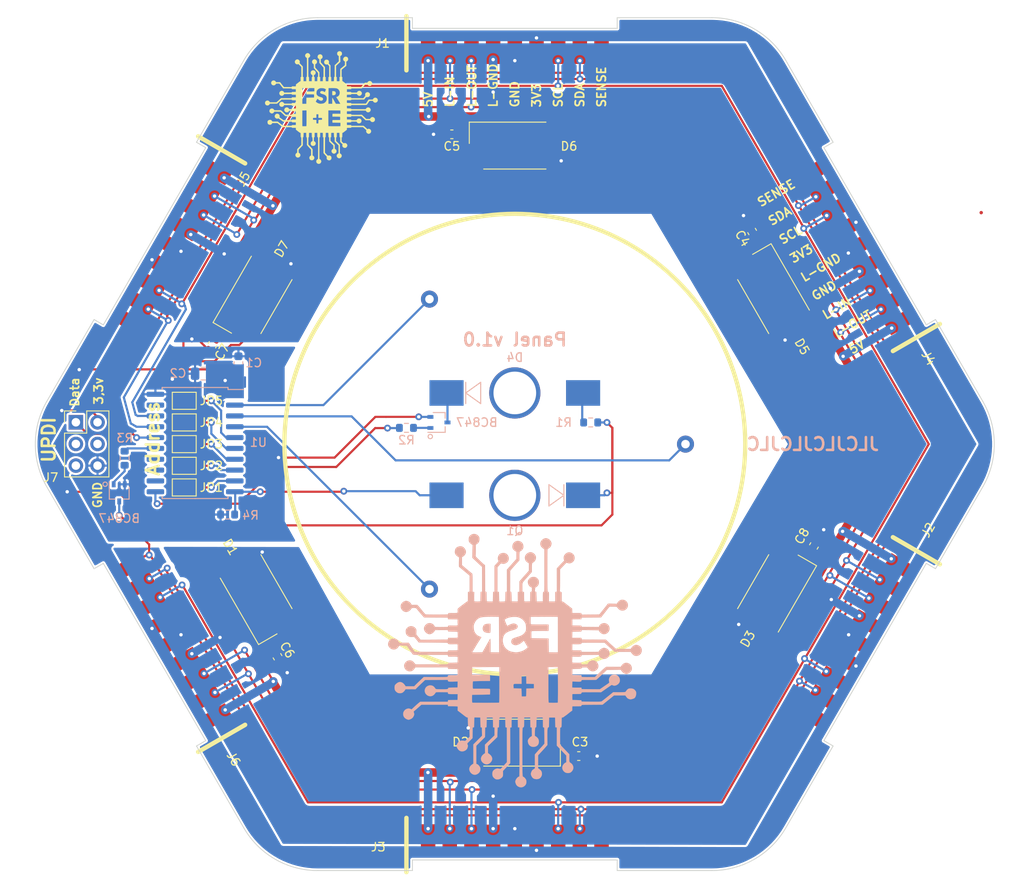
<source format=kicad_pcb>
(kicad_pcb (version 20211014) (generator pcbnew)
  (layers (0 "F.Cu" signal) (31 "B.Cu" signal) (34 "B.Paste" user) (35 "F.Paste" user) (36 "B.SilkS" user "B.Silkscreen") (37 "F.SilkS" user "F.Silkscreen") (38 "B.Mask" user) (39 "F.Mask" user) (44 "Edge.Cuts" user))
  (net 0 "")
  (net 1 "+3V3")
  (net 2 "GND")
  (net 3 "+5V")
  (net 4 "Net-(D1-Pad2)")
  (net 5 "GND1")
  (net 6 "LED_IN")
  (net 7 "Net-(D2-Pad2)")
  (net 8 "Net-(D3-Pad2)")
  (net 9 "Net-(D4-Pad2)")
  (net 10 "Net-(D5-Pad2)")
  (net 11 "LED_OUT")
  (net 12 "UPDI_DATA")
  (net 13 "Net-(D4-Pad1)")
  (net 14 "Net-(D6-Pad2)")
  (net 15 "Net-(JP1-Pad1)")
  (net 16 "Net-(JP2-Pad1)")
  (net 17 "Net-(JP3-Pad1)")
  (net 18 "Net-(JP4-Pad1)")
  (net 19 "Net-(JP5-Pad1)")
  (net 20 "Net-(Q1-Pad2)")
  (net 21 "Net-(Q2-Pad1)")
  (net 22 "Net-(Q3-Pad1)")
  (net 26 "touch")
  (net 27 "I2C_SDA")
  (net 28 "I2C_SCL")
  (net 30 "Net-(R2-Pad1)")
  (net 31 "Net-(R3-Pad2)")
  (net 32 "Net-(T1-Pad0)")
  (net 33 "Net-(T1-Pad1)")
  (net 34 "Net-(T1-Pad2)")
  (footprint "Capacitor_SMD:C_0603_1608Metric" (layer "F.Cu") (at 27.806499 -24.92817 -60)
    (fp_text reference "C4")
    (fp_text value "100nF")
  )
  (footprint "fsr:1x09_EdgeConnect" (layer "F.Cu") (at 40.703194 -23.5 -150)
    (fp_text reference "J4")
    (fp_text value "Connect")
  )
  (footprint "fsr:1x09_EdgeConnect_Flip" (layer "F.Cu") (at 0 -47 90)
    (fp_text reference "J1")
    (fp_text value "Connect")
  )
  (footprint "fsr:LED_WS2812B_PLCC4_5.0x5.0mm_P3.2mm_handSolder" (layer "F.Cu") (at 0 35 180)
    (fp_text reference "D2")
    (fp_text value "WS2812B")
  )
  (footprint "fsr:FSR_Logo_Small" (layer "F.Cu") (at -22.6568 -39.522399)
    (fp_text reference "G***" hide)
    (fp_text value "LOGO" hide)
  )
  (footprint "fsr:1x09_EdgeConnect_Flip" (layer "F.Cu") (at -40.703194 23.5 -150)
    (fp_text reference "J6")
    (fp_text value "Connect")
  )
  (footprint "Capacitor_SMD:C_0603_1608Metric" (layer "F.Cu") (at -35.433 -11.64783 60)
    (fp_text reference "C7")
    (fp_text value "100nF")
  )
  (footprint "Capacitor_SMD:C_0603_1608Metric" (layer "F.Cu") (at 35.051999 11.938 -120)
    (fp_text reference "C8")
    (fp_text value "100nF")
  )
  (footprint "fsr:LED_RevMount_5mm" (layer "F.Cu") (at 0 -6)
    (fp_text reference "D4")
    (fp_text value "LED")
  )
  (footprint "fsr:1x09_EdgeConnect" (layer "F.Cu") (at -40.703194 -23.5 -30)
    (fp_text reference "J5")
    (fp_text value "Connect")
  )
  (footprint "fsr:LED_WS2812B_PLCC4_5.0x5.0mm_P3.2mm_handSolder" (layer "F.Cu") (at -30.310889 -17.5 60)
    (fp_text reference "D7")
    (fp_text value "WS2812B")
  )
  (footprint "Jumper:SolderJumper-2_P1.3mm_Open_TrianglePad1.0x1.5mm" (layer "F.Cu") (at -38.735 0 180)
    (fp_text reference "JP3")
    (fp_text value "A2")
  )
  (footprint "Capacitor_SMD:C_0603_1608Metric" (layer "F.Cu") (at 7.493 36.576 180)
    (fp_text reference "C3")
    (fp_text value "100nF")
  )
  (footprint "fsr:1x09_EdgeConnect" (layer "F.Cu") (at 0 47 90)
    (fp_text reference "J3")
    (fp_text value "Connect")
  )
  (footprint "fsr:LED_WS2812B_PLCC4_5.0x5.0mm_P3.2mm_handSolder" (layer "F.Cu") (at 0 -35)
    (fp_text reference "D6")
    (fp_text value "WS2812B")
  )
  (footprint "fsr:LED_WS2812B_PLCC4_5.0x5.0mm_P3.2mm_handSolder" (layer "F.Cu") (at -30.310889 17.5 120)
    (fp_text reference "D1")
    (fp_text value "WS2812B")
  )
  (footprint "Jumper:SolderJumper-2_P1.3mm_Open_TrianglePad1.0x1.5mm" (layer "F.Cu") (at -38.735 -2.54 180)
    (fp_text reference "JP4")
    (fp_text value "A3")
  )
  (footprint "fsr:LED_WS2812B_PLCC4_5.0x5.0mm_P3.2mm_handSolder" (layer "F.Cu") (at 30.310889 -17.5 -60)
    (fp_text reference "D5")
    (fp_text value "WS2812B")
  )
  (footprint "Jumper:SolderJumper-2_P1.3mm_Open_TrianglePad1.0x1.5mm" (layer "F.Cu") (at -38.735 -5.08 180)
    (fp_text reference "JP5")
    (fp_text value "A4")
  )
  (footprint "Jumper:SolderJumper-2_P1.3mm_Open_TrianglePad1.0x1.5mm" (layer "F.Cu") (at -38.735 2.54 180)
    (fp_text reference "JP2")
    (fp_text value "A1")
  )
  (footprint "Jumper:SolderJumper-2_P1.3mm_Open_TrianglePad1.0x1.5mm" (layer "F.Cu") (at -38.735 5.08 180)
    (fp_text reference "JP1")
    (fp_text value "A0")
  )
  (footprint "fsr:3Touch_80mm_back" (layer "F.Cu") (at 0 0 -90)
    (fp_text reference "T1" hide)
    (fp_text value "3Touch")
  )
  (footprint "Connector_PinHeader_2.54mm:PinHeader_2x03_P2.54mm_Vertical" (layer "F.Cu") (at -51.435 -2.56)
    (fp_text reference "J7")
    (fp_text value "UPDI")
  )
  (footprint "fsr:LED_RevMount_5mm" (layer "F.Cu") (at 0 6 180)
    (fp_text reference "Q1")
    (fp_text value "Q_Photo_NPN")
  )
  (footprint "Capacitor_SMD:C_0603_1608Metric" (layer "F.Cu") (at -7.378999 -36.322)
    (fp_text reference "C5")
    (fp_text value "100nF")
  )
  (footprint "fsr:1x09_EdgeConnect_Flip" (layer "F.Cu") (at 40.703194 23.5 -30)
    (fp_text reference "J2")
    (fp_text value "Connect")
  )
  (footprint "Capacitor_SMD:C_0603_1608Metric" (layer "F.Cu") (at -27.806499 24.92817 120)
    (fp_text reference "C6")
    (fp_text value "100nF")
  )
  (footprint "fsr:LED_WS2812B_PLCC4_5.0x5.0mm_P3.2mm_handSolder" (layer "F.Cu") (at 30.310889 17.5 -120)
    (fp_text reference "D3")
    (fp_text value "WS2812B")
  )
  (footprint "Resistor_SMD:R_0603_1608Metric" (layer "B.Cu") (at -45.72 1.651 90)
    (fp_text reference "R3")
    (fp_text value "1M")
  )
  (footprint "Resistor_SMD:R_0603_1608Metric" (layer "B.Cu") (at -33.655 8.255 180)
    (fp_text reference "R4")
    (fp_text value "RSense")
  )
  (footprint "Resistor_SMD:R_0603_1608Metric" (layer "B.Cu") (at 8.89 -2.54 180)
    (fp_text reference "R1")
    (fp_text value "100R")
  )
  (footprint "Capacitor_SMD:C_0805_2012Metric" (layer "B.Cu") (at -36.515 -8.255 180)
    (fp_text reference "C2")
    (fp_text value "10uF")
  )
  (footprint "Synth:SOT-323_SC-70" (layer "B.Cu") (at -8.89 -2.54)
    (fp_text reference "Q2" hide)
    (fp_text value "BC847")
  )
  (footprint "Package_SO:SOIC-20W_7.5x12.8mm_P1.27mm" (layer "B.Cu") (at -37.465 -0.13 180)
    (fp_text reference "U1")
    (fp_text value "ATtiny816-S")
  )
  (footprint "Resistor_SMD:R_0603_1608Metric" (layer "B.Cu") (at -12.700001 -1.905)
    (fp_text reference "R2")
    (fp_text value "47k")
  )
  (footprint "Synth:SOT-323_SC-70" (layer "B.Cu") (at -46.355 5.715 -90)
    (fp_text reference "Q3" hide)
    (fp_text value "BC847")
  )
  (footprint "Capacitor_SMD:C_0603_1608Metric" (layer "B.Cu") (at -32.385 -9.525 90)
    (fp_text reference "C1")
    (fp_text value "100nF")
  )
  (footprint "fsr:FSR_Logo" (layer "B.Cu") (at 0 25.2476 180)
    (fp_text reference "G***" hide)
    (fp_text value "LOGO" hide)
  )
  (gr_circle (center 0 0) (end 27 0) (layer "F.SilkS") (width 0.5) (fill none))
  (gr_arc (start 54.844644 -5.000898) (mid 56.18439 -0.000898) (end 54.844644 4.999102) (layer "Edge.Cuts") (width 0.1))
  (gr_line (start -48.220295 -13.979999) (end -36.220295 -34.764608) (layer "Edge.Cuts") (width 0.1))
  (gr_line (start 31.751671 -44.999101) (end 37.298157 -35.392304) (layer "Edge.Cuts") (width 0.1))
  (gr_line (start -12.003112 -48.749101) (end -12.003112 -49.996404) (layer "Edge.Cuts") (width 0.1))
  (gr_line (start -12.003112 -48.749101) (end 11.996888 -48.749101) (layer "Edge.Cuts") (width 0.1))
  (gr_arc (start 23.089861 -49.996405) (mid 28.090278 -48.658215) (end 31.751671 -44.999101) (layer "Edge.Cuts") (width 0.1))
  (gr_line (start 49.298157 -14.607695) (end 48.21796 -13.984042) (layer "Edge.Cuts") (width 0.1))
  (gr_line (start 48.217961 13.982246) (end 49.298157 14.605898) (layer "Edge.Cuts") (width 0.1))
  (gr_line (start -54.849312 -4.998202) (end -49.302826 -14.604999) (layer "Edge.Cuts") (width 0.1))
  (gr_line (start -48.220295 -13.979999) (end -49.302826 -14.604999) (layer "Edge.Cuts") (width 0.1))
  (gr_line (start -23.096085 -49.996405) (end -12.003112 -49.996404) (layer "Edge.Cuts") (width 0.1))
  (gr_line (start 36.21796 -34.768652) (end 37.298157 -35.392304) (layer "Edge.Cuts") (width 0.1))
  (gr_line (start 49.298157 -14.607695) (end 54.844644 -5.000898) (layer "Edge.Cuts") (width 0.1))
  (gr_arc (start -31.756339 -44.996405) (mid -28.096085 -48.656659) (end -23.096085 -49.996405) (layer "Edge.Cuts") (width 0.1))
  (gr_line (start 11.996888 -49.996405) (end 11.996888 -48.749101) (layer "Edge.Cuts") (width 0.1))
  (gr_line (start -31.753227 45) (end -37.299712 35.393203) (layer "Edge.Cuts") (width 0.1))
  (gr_line (start 54.844644 4.999102) (end 49.298157 14.605898) (layer "Edge.Cuts") (width 0.1))
  (gr_line (start -12 50) (end -12 48.75) (layer "Edge.Cuts") (width 0.1))
  (gr_arc (start 31.751671 44.997304) (mid 28.092139 48.657975) (end 23.092973 50) (layer "Edge.Cuts") (width 0.1))
  (gr_line (start 11.996888 -49.996405) (end 23.089861 -49.996405) (layer "Edge.Cuts") (width 0.1))
  (gr_line (start 48.217961 13.982246) (end 36.217961 34.766856) (layer "Edge.Cuts") (width 0.1))
  (gr_line (start -36.219516 34.769552) (end -48.219516 13.984942) (layer "Edge.Cuts") (width 0.1))
  (gr_line (start 36.21796 -34.768652) (end 48.21796 -13.984042) (layer "Edge.Cuts") (width 0.1))
  (gr_line (start -37.302826 -35.389608) (end -36.220295 -34.764608) (layer "Edge.Cuts") (width 0.1))
  (gr_line (start 37.298158 35.390508) (end 36.217961 34.766856) (layer "Edge.Cuts") (width 0.1))
  (gr_line (start -49.299713 14.608594) (end -54.8462 5.001798) (layer "Edge.Cuts") (width 0.1))
  (gr_line (start 12 48.75) (end 12 50) (layer "Edge.Cuts") (width 0.1))
  (gr_line (start 37.298158 35.390508) (end 31.751671 44.997304) (layer "Edge.Cuts") (width 0.1))
  (gr_arc (start -23.092973 50) (mid -28.092973 48.660254) (end -31.753227 45) (layer "Edge.Cuts") (width 0.1))
  (gr_line (start -37.302826 -35.389608) (end -31.756339 -44.996405) (layer "Edge.Cuts") (width 0.1))
  (gr_arc (start -54.8462 5.001798) (mid -56.187502 0.002215) (end -54.849312 -4.998202) (layer "Edge.Cuts") (width 0.1))
  (gr_line (start 12 48.75) (end -12 48.75) (layer "Edge.Cuts") (width 0.1))
  (gr_line (start -12 50) (end -23.092973 50) (layer "Edge.Cuts") (width 0.1))
  (gr_line (start 23.092973 50) (end 12 50) (layer "Edge.Cuts") (width 0.1))
  (gr_line (start -49.299713 14.608594) (end -48.219516 13.984942) (layer "Edge.Cuts") (width 0.1))
  (gr_line (start -36.219516 34.769552) (end -37.299712 35.393203) (layer "Edge.Cuts") (width 0.1))
  (gr_text "Panel v1.0\n" (at 0 -12.25) (layer "B.SilkS") (effects (font (size 1.5 1.5) (thickness 0.3)) (justify mirror)))
  (gr_text "JLCJLCJLCJLC" (at 34.925 0) (layer "B.SilkS") (effects (font (size 1.5 1.5) (thickness 0.3)) (justify mirror)))
  (gr_text "UPDI" (at -54.61 -0.508 90) (layer "F.SilkS") (effects (font (size 1.5 1.5) (thickness 0.3))))
  (gr_text "3V3" (at 32.275494 -21.567205 30) (layer "F.SilkS") (effects (font (size 1 1) (thickness 0.2)) (justify left)))
  (gr_text "SCL" (at 5.08 -39.37 90) (layer "F.SilkS") (effects (font (size 1 1) (thickness 0.2)) (justify left)))
  (gr_text "SDA" (at 7.62 -39.37 90) (layer "F.SilkS") (effects (font (size 1 1) (thickness 0.2)) (justify left)))
  (gr_text "Address\n" (at -42.418 -0.635 90) (layer "F.SilkS") (effects (font (size 1.5 1.5) (thickness 0.3))))
  (gr_text "SENSE" (at 28.465494 -28.166318 30) (layer "F.SilkS") (effects (font (size 1 1) (thickness 0.2)) (justify left)))
  (gr_text "Data" (at -51.562 -6.096 90) (layer "F.SilkS") (effects (font (size 1 1) (thickness 0.2))))
  (gr_text "SCL" (at 31.005494 -23.766909 30) (layer "F.SilkS") (effects (font (size 1 1) (thickness 0.2)) (justify left)))
  (gr_text "L-IN" (at 36.085494 -14.968091 30) (layer "F.SilkS") (effects (font (size 1 1) (thickness 0.2)) (justify left)))
  (gr_text "3V3" (at 2.54 -39.37 90) (layer "F.SilkS") (effects (font (size 1 1) (thickness 0.2)) (justify left)))
  (gr_text "3,3v" (at -48.768 -6.223 90) (layer "F.SilkS") (effects (font (size 1 1) (thickness 0.2))))
  (gr_text "L-GND" (at 33.545494 -19.3675 30) (layer "F.SilkS") (effects (font (size 1 1) (thickness 0.2)) (justify left)))
  (gr_text "GND" (at -48.895 5.969 90) (layer "F.SilkS") (effects (font (size 1 1) (thickness 0.2))))
  (gr_text "SENSE" (at 10.16 -39.37 90) (layer "F.SilkS") (effects (font (size 1 1) (thickness 0.2)) (justify left)))
  (gr_text "GND" (at 0 -39.37 90) (layer "F.SilkS") (effects (font (size 1 1) (thickness 0.2)) (justify left)))
  (gr_text "L-OUT" (at -5.0292 -39.3954 90) (layer "F.SilkS") (effects (font (size 1 1) (thickness 0.2)) (justify left)))
  (gr_text "5V" (at -10.16 -39.37 90) (layer "F.SilkS") (effects (font (size 1 1) (thickness 0.2)) (justify left)))
  (gr_text "L-OUT" (at 37.355494 -12.768386 30) (layer "F.SilkS") (effects (font (size 1 1) (thickness 0.2)) (justify left)))
  (gr_text "SDA" (at 29.735494 -25.966614 30) (layer "F.SilkS") (effects (font (size 1 1) (thickness 0.2)) (justify left)))
  (gr_text "L-GND" (at -2.54 -39.37 90) (layer "F.SilkS") (effects (font (size 1 1) (thickness 0.2)) (justify left)))
  (gr_text "GND" (at 34.815494 -17.167795 30) (layer "F.SilkS") (effects (font (size 1 1) (thickness 0.2)) (justify left)))
  (gr_text "L-IN" (at -7.62 -39.3954 90) (layer "F.SilkS") (effects (font (size 1 1) (thickness 0.2)) (justify left)))
  (gr_text "5V" (at 39.17542 -10.886182 30) (layer "F.SilkS") (effects (font (size 1 1) (thickness 0.2)) (justify left)))
  (segment (start -35.24 -8.760001) (end -51.01 -8.76) (width 0.25) (layer "F.Cu") (net 1))
  (segment (start -51.01 -8.76) (end -51.04 -8.73) (width 0.25) (layer "F.Cu") (net 1))
  (segment (start -42.545 9.525) (end -46.482 5.588) (width 0.25) (layer "F.Cu") (net 1))
  (segment (start 11.429999 -1.905) (end 11.43 5.715) (width 0.25) (layer "F.Cu") (net 1))
  (segment (start 11.429999 -1.905) (end 11.43 8.255) (width 0.25) (layer "F.Cu") (net 1))
  (segment (start -48.895 -3.175) (end -49.657 -3.937) (width 0.25) (layer "F.Cu") (net 1))
  (segment (start 11.43 8.255) (end 10.16 9.525) (width 0.25) (layer "F.Cu") (net 1))
  (segment (start 10.16 9.525) (end -42.545 9.525) (width 0.25) (layer "F.Cu") (net 1))
  (segment (start -33.94 -7.460001) (end -35.24 -8.760001) (width 0.25) (layer "F.Cu") (net 1))
  (segment (start 10.795 -2.540001) (end 11.429999 -1.905) (width 0.25) (layer "F.Cu") (net 1))
  (segment (start 11.43 5.715) (end 10.795 5.715) (width 0.25) (layer "F.Cu") (net 1))
  (segment (start -46.482 5.588) (end -52.451 5.588) (width 0.25) (layer "F.Cu") (net 1))
  (segment (start -49.657 -3.937) (end -53.086 -3.937) (width 0.25) (layer "F.Cu") (net 1))
  (via (at 10.795 -2.540001) (size 0.8) (drill 0.4) (layers "F.Cu" "B.Cu") (net 1))
  (via (at -51.04 -8.73) (size 0.8) (drill 0.4) (layers "F.Cu" "B.Cu") (net 1))
  (via (at -33.94 -7.460001) (size 0.8) (drill 0.4) (layers "F.Cu" "B.Cu") (net 1))
  (via (at -42.51446 21.612795) (size 0.8) (drill 0.4) (layers "F.Cu" "B.Cu") (net 1))
  (via (at 39.97446 26.012205) (size 0.8) (drill 0.4) (layers "F.Cu" "B.Cu") (net 1))
  (via (at 10.795 5.715) (size 0.8) (drill 0.4) (layers "F.Cu" "B.Cu") (net 1))
  (via (at 2.54 47.625) (size 0.8) (drill 0.4) (layers "F.Cu" "B.Cu") (net 1))
  (via (at -53.086 -3.937) (size 0.8) (drill 0.4) (layers "F.Cu" "B.Cu") (net 1))
  (via (at -42.51446 -21.612795) (size 0.8) (drill 0.4) (layers "F.Cu" "B.Cu") (net 1))
  (via (at 2.54 -47.625) (size 0.8) (drill 0.4) (layers "F.Cu" "B.Cu") (net 1))
  (via (at 39.97446 -26.012205) (size 0.8) (drill 0.4) (layers "F.Cu" "B.Cu") (net 1))
  (via (at -52.451 5.588) (size 0.8) (drill 0.4) (layers "F.Cu" "B.Cu") (net 1))
  (segment (start 10.51 6) (end 10.795 5.715) (width 0.25) (layer "B.Cu") (net 1))
  (segment (start 8 6) (end 10.51 6) (width 0.25) (layer "B.Cu") (net 1))
  (segment (start 9.715 -2.540001) (end 10.795 -2.540001) (width 0.25) (layer "B.Cu") (net 1))
  (segment (start -39.46 5.08) (end -39.46 -5.08) (width 0.25) (layer "F.Cu") (net 2))
  (segment (start -39.459999 -6.948) (end -40.132 -7.620001) (width 0.25) (layer "F.Cu") (net 2))
  (segment (start -21.12 1.58) (end -27.69 1.58) (width 0.25) (layer "F.Cu") (net 2))
  (segment (start -15.09 -3.2) (end -11.26 -3.2) (width 0.25) (layer "F.Cu") (net 2))
  (segment (start -39.46 -5.08) (end -39.459999 -6.948) (width 0.25) (layer "F.Cu") (net 2))
  (segment (start -16.34 -3.2) (end -19.01 -0.53) (width 0.25) (layer "F.Cu") (net 2))
  (segment (start -15.09 -3.2) (end -16.34 -3.2) (width 0.25) (layer "F.Cu") (net 2))
  (segment (start -19.01 -0.53) (end -21.12 1.58) (width 0.25) (layer "F.Cu") (net 2))
  (via (at -11.26 -3.2) (size 0.8) (drill 0.4) (layers "F.Cu" "B.Cu") (net 2))
  (via (at -39.116 22.352) (size 0.8) (drill 0.4) (layers "F.Cu" "B.Cu") (net 2))
  (via (at 0 -44.958) (size 0.8) (drill 0.4) (layers "F.Cu" "B.Cu") (net 2))
  (via (at -27.69 1.58) (size 0.8) (drill 0.4) (layers "F.Cu" "B.Cu") (net 2))
  (via (at -40.132 -7.620001) (size 0.8) (drill 0.4) (layers "F.Cu" "B.Cu") (net 2))
  (via (at 39.116 22.352) (size 0.8) (drill 0.4) (layers "F.Cu" "B.Cu") (net 2))
  (via (at 39.083162 -22.400082) (size 0.8) (drill 0.4) (layers "F.Cu" "B.Cu") (net 2))
  (via (at 0 45.085) (size 0.8) (drill 0.4) (layers "F.Cu" "B.Cu") (net 2))
  (via (at -39.116 -22.606) (size 0.8) (drill 0.4) (layers "F.Cu" "B.Cu") (net 2))
  (segment (start -11.25 -3.19) (end -11.26 -3.2) (width 0.25) (layer "B.Cu") (net 2))
  (segment (start -9.89 -3.19) (end -11.25 -3.19) (width 0.25) (layer "B.Cu") (net 2))
  (segment (start -36.831046 -13.21125) (end -36.832148 -13.210148) (width 0.25) (layer "F.Cu") (net 3))
  (segment (start -28.299878 23.94193) (end -29.670982 21.56711) (width 0.25) (layer "F.Cu") (net 3))
  (segment (start 28.299878 -24.068931) (end 29.670982 -21.69411) (width 0.25) (layer "F.Cu") (net 3))
  (segment (start 34.894459 12.69675) (end 34.45564 12.814331) (width 0.25) (layer "F.Cu") (net 3))
  (segment (start -35.275459 -12.44275) (end -36.60654 -13.21125) (width 0.25) (layer "F.Cu") (net 3))
  (segment (start -36.60654 -13.21125) (end -36.748192 -13.739902) (width 0.25) (layer "F.Cu") (net 3))
  (segment (start -28.30029 27.824386) (end -28.332386 27.824386) (width 1) (layer "F.Cu") (net 3))
  (segment (start 6.331 38.5) (end 22.22799 38.5) (width 1) (layer "F.Cu") (net 3))
  (segment (start 22.13435 -38.4107) (end 21.1641 -38.4107) (width 1) (layer "F.Cu") (net 3))
  (segment (start -6.604 -36.5695) (end -6.282761 -36.248262) (width 0.25) (layer "F.Cu") (net 3))
  (segment (start -28.345844 -27.957889) (end -28.278867 -28.024867) (width 1) (layer "F.Cu") (net 3))
  (segment (start 6.718 36.576) (end 6.396762 36.254762) (width 0.25) (layer "F.Cu") (net 3))
  (segment (start 6.718 38.113) (end 6.331 38.5) (width 0.25) (layer "F.Cu") (net 3))
  (segment (start -6.604 -38.1065) (end -6.217 -38.4935) (width 0.25) (layer "F.Cu") (net 3))
  (segment (start -35.275459 -12.44275) (end -34.83664 -12.560331) (width 0.25) (layer "F.Cu") (net 3))
  (segment (start 34.45564 12.814331) (end 33.084537 15.189152) (width 0.25) (layer "F.Cu") (net 3))
  (segment (start -6.282761 -36.248262) (end -3.540555 -36.248262) (width 0.25) (layer "F.Cu") (net 3))
  (segment (start -22.505402 -38.024803) (end -28.278867 -28.024867) (width 1) (layer "F.Cu") (net 3))
  (segment (start 28.417459 -24.507751) (end 29.748541 -25.27625) (width 0.25) (layer "F.Cu") (net 3))
  (segment (start -6.604 -36.5695) (end -6.604 -38.1065) (width 0.25) (layer "F.Cu") (net 3))
  (segment (start 21.1641 -38.4107) (end -10.0897 -38.4107) (width 1) (layer "F.Cu") (net 3))
  (segment (start -28.345845 -27.946954) (end -28.345844 -27.957889) (width 1) (layer "F.Cu") (net 3))
  (segment (start -28.278867 -28.024867) (end -36.832148 -13.210148) (width 1) (layer "F.Cu") (net 3))
  (segment (start -28.332386 27.824386) (end -28.367348 27.859348) (width 1) (layer "F.Cu") (net 3))
  (segment (start -10.0897 -38.4107) (end -21.3047 -38.4107) (width 1) (layer "F.Cu") (net 3))
  (segment (start 34.894459 12.69675) (end 36.225541 13.46525) (width 0.25) (layer "F.Cu") (net 3))
  (segment (start 44.463699 0) (end 22.489767 -38.059967) (width 1) (layer "F.Cu") (net 3))
  (segment (start -36.60654 -13.21125) (end -36.831046 -13.21125) (width 0.25) (layer "F.Cu") (net 3))
  (segment (start 22.231591 38.499005) (end 44.459581 -0.001003) (width 1) (layer "F.Cu") (net 3))
  (segment (start -28.367348 27.859348) (end -22.229849 38.489808) (width 1) (layer "F.Cu") (net 3))
  (segment (start -10.179 38.5) (end 6.331 38.5) (width 1) (layer "F.Cu") (net 3))
  (segment (start -34.83664 -12.560331) (end -33.465537 -14.935152) (width 0.25) (layer "F.Cu") (net 3))
  (segment (start -22.119504 -38.4107) (end -22.505402 -38.024803) (width 1) (layer "F.Cu") (net 3))
  (segment (start -21.3047 -38.4107) (end -22.119504 -38.4107) (width 1) (layer "F.Cu") (net 3))
  (segment (start 29.748541 -25.27625) (end 30.277191 -25.134598) (width 0.25) (layer "F.Cu") (net 3))
  (segment (start 21.1641 -38.4107) (end 22.139034 -38.4107) (width 1) (layer "F.Cu") (net 3))
  (segment (start -28.417458 24.38075) (end -28.299878 23.94193) (width 0.25) (layer "F.Cu") (net 3))
  (segment (start 36.225541 13.46525) (end 36.367192 13.993902) (width 0.25) (layer "F.Cu") (net 3))
  (segment (start -28.448 27.559) (end -29.819104 25.184179) (width 0.25) (layer "F.Cu") (net 3))
  (segment (start -22.22799 38.5) (end -10.179 38.5) (width 1) (layer "F.Cu") (net 3))
  (segment (start 6.396762 36.254762) (end 3.654555 36.254761) (width 0.25) (layer "F.Cu") (net 3))
  (segment (start 6.718 36.576) (end 6.718 38.113) (width 0.25) (layer "F.Cu") (net 3))
  (segment (start -28.417458 24.38075) (end -29.748541 25.14925) (width 0.25) (layer "F.Cu") (net 3))
  (segment (start -21.3047 -38.4107) (end -22.12263 -38.4107) (width 1) (layer "F.Cu") (net 3))
  (segment (start 28.417459 -24.507751) (end 28.299878 -24.068931) (width 0.25) (layer "F.Cu") (net 3))
  (segment (start 22.139034 -38.4107) (end 22.489767 -38.059967) (width 1) (layer "F.Cu") (net 3))
  (via (at -10.0897 -38.4107) (size 0.8) (drill 0.4) (layers "F.Cu" "B.Cu") (net 3))
  (via (at -10.16 -44.958) (size 0.8) (drill 0.4) (layers "F.Cu" "B.Cu") (net 3))
  (via (at 44.112307 13.443063) (size 0.8) (drill 0.4) (layers "F.Cu" "B.Cu") (net 3))
  (via (at 38.407029 10.230296) (size 0.8) (drill 0.4) (layers "F.Cu" "B.Cu") (net 3))
  (via (at -28.345845 -27.946954) (size 0.8) (drill 0.4) (layers "F.Cu" "B.Cu") (net 3))
  (via (at -10.179 38.5) (size 0.8) (drill 0.4) (layers "F.Cu" "B.Cu") (net 3))
  (via (at -10.16 45.085) (size 0.8) (drill 0.4) (layers "F.Cu" "B.Cu") (net 3))
  (via (at -28.30029 27.824386) (size 0.8) (drill 0.4) (layers "F.Cu" "B.Cu") (net 3))
  (via (at 44.163162 -13.601264) (size 0.8) (drill 0.4) (layers "F.Cu" "B.Cu") (net 3))
  (via (at -33.935269 31.158918) (size 0.8) (drill 0.4) (layers "F.Cu" "B.Cu") (net 3))
  (via (at -34.058123 -31.223) (size 0.8) (drill 0.4) (layers "F.Cu" "B.Cu") (net 3))
  (via (at 38.469884 -10.292309) (size 0.8) (drill 0.4) (layers "F.Cu" "B.Cu") (net 3))
  (segment (start -33.935269 31.158918) (end -28.326024 27.920418) (width 1) (layer "B.Cu") (net 3))
  (segment (start 44.112307 13.443063) (end 38.503061 10.204566) (width 1) (layer "B.Cu") (net 3))
  (segment (start -28.326024 27.920418) (end -28.30029 27.824386) (width 1) (layer "B.Cu") (net 3))
  (segment (start -10.16 -38.481) (end -10.0897 -38.4107) (width 1) (layer "B.Cu") (net 3))
  (segment (start -10.16 -44.958) (end -10.16 -38.481) (width 1) (layer "B.Cu") (net 3))
  (segment (start 38.503061 10.204566) (end 38.407029 10.230296) (width 1) (layer "B.Cu") (net 3))
  (segment (start -28.3718 -27.94) (end -28.345845 -27.946954) (width 1) (layer "B.Cu") (net 3))
  (segment (start -10.16 38.519) (end -10.179 38.5) (width 1) (layer "B.Cu") (net 3))
  (segment (start 38.476839 -10.318264) (end 38.469884 -10.292309) (width 1) (layer "B.Cu") (net 3))
  (segment (start -34.058123 -31.223) (end -28.3718 -27.94) (width 1) (layer "B.Cu") (net 3))
  (segment (start -10.16 45.085) (end -10.16 38.519) (width 1) (layer "B.Cu") (net 3))
  (segment (start 44.163162 -13.601264) (end 38.476839 -10.318264) (width 1) (layer "B.Cu") (net 3))
  (segment (start -17.652999 36.322) (end -17.654576 36.327881) (width 0.25) (layer "F.Cu") (net 4))
  (segment (start -17.654576 36.327881) (end -3.939709 36.32788) (width 0.25) (layer "F.Cu") (net 4))
  (segment (start -27.158603 19.857811) (end -17.652999 36.322) (width 0.25) (layer "F.Cu") (net 4))
  (segment (start -8.141 -36.322) (end -9.525 -36.322) (width 0.25) (layer "F.Cu") (net 5))
  (segment (start 31.575158 -12.225041) (end 31.667008 -12.20043) (width 0.25) (layer "F.Cu") (net 5))
  (segment (start -29.624041 12.747842) (end -29.59943 12.655993) (width 0.25) (layer "F.Cu") (net 5))
  (segment (start 26.209841 21.048958) (end 26.234452 21.140808) (width 0.25) (layer "F.Cu") (net 5))
  (segment (start -27.362 25.598421) (end -26.670001 26.797) (width 0.25) (layer "F.Cu") (net 5))
  (segment (start 30.861 -13.462) (end 31.575158 -12.225041) (width 0.25) (layer "F.Cu") (net 5))
  (segment (start 26.924 19.812) (end 26.209841 21.048958) (width 0.25) (layer "F.Cu") (net 5))
  (segment (start 3.937 -33.147) (end 5.365317 -33.146999) (width 0.25) (layer "F.Cu") (net 5))
  (segment (start 27.489 -25.598421) (end 26.797 -26.797) (width 0.25) (layer "F.Cu") (net 5))
  (segment (start 35.503 11.231579) (end 36.195 10.033) (width 0.25) (layer "F.Cu") (net 5))
  (segment (start 8.268 36.576) (end 9.652 36.576) (width 0.25) (layer "F.Cu") (net 5))
  (segment (start -3.965445 33.206762) (end -5.393762 33.206762) (width 0.25) (layer "F.Cu") (net 5))
  (segment (start -37.16284 -12.319) (end -37.846 -12.319) (width 0.25) (layer "F.Cu") (net 5))
  (segment (start -26.924 -19.812) (end -26.209841 -21.048958) (width 0.25) (layer "F.Cu") (net 5))
  (segment (start -5.393762 33.206762) (end -5.461 33.274) (width 0.25) (layer "F.Cu") (net 5))
  (segment (start -26.209841 -21.048958) (end -26.234452 -21.140808) (width 0.25) (layer "F.Cu") (net 5))
  (segment (start 5.365317 -33.146999) (end 5.432555 -33.214237) (width 0.25) (layer "F.Cu") (net 5))
  (segment (start -30.861 13.462) (end -29.624041 12.747842) (width 0.25) (layer "F.Cu") (net 5))
  (segment (start -35.8205 -10.97666) (end -37.16284 -12.319) (width 0.25) (layer "F.Cu") (net 5))
  (via (at -29.59943 12.655993) (size 0.8) (drill 0.4) (layers "F.Cu" "B.Cu") (net 5))
  (via (at -2.540001 -45.085) (size 0.8) (drill 0.4) (layers "F.Cu" "B.Cu") (net 5))
  (via (at -34.545222 22.6695) (size 0.8) (drill 0.4) (layers "F.Cu" "B.Cu") (net 5))
  (via (at -26.234452 -21.140808) (size 0.8) (drill 0.4) (layers "F.Cu" "B.Cu") (net 5))
  (via (at 36.968713 -18.26431) (size 0.8) (drill 0.4) (layers "F.Cu" "B.Cu") (net 5))
  (via (at -37.844778 24.5745) (size 0.8) (drill 0.4) (layers "F.Cu" "B.Cu") (net 5))
  (via (at 26.797 -26.797) (size 0.8) (drill 0.4) (layers "F.Cu" "B.Cu") (net 5))
  (via (at -2.54 45.084999) (size 0.8) (drill 0.4) (layers "F.Cu" "B.Cu") (net 5))
  (via (at 9.652 36.576) (size 0.8) (drill 0.4) (layers "F.Cu" "B.Cu") (net 5))
  (via (at -34.052272 -22.299734) (size 0.8) (drill 0.4) (layers "F.Cu" "B.Cu") (net 5))
  (via (at -9.525 -36.322) (size 0.8) (drill 0.4) (layers "F.Cu" "B.Cu") (net 5))
  (via (at -2.540001 41.275) (size 0.8) (drill 0.4) (layers "F.Cu" "B.Cu") (net 5))
  (via (at -2.54 -41.275001) (size 0.8) (drill 0.4) (layers "F.Cu" "B.Cu") (net 5))
  (via (at 40.384778 -20.256501) (size 0.8) (drill 0.4) (layers "F.Cu" "B.Cu") (net 5))
  (via (at 31.667008 -12.20043) (size 0.8) (drill 0.4) (layers "F.Cu" "B.Cu") (net 5))
  (via (at 40.384778 20.1295) (size 0.8) (drill 0.4) (layers "F.Cu" "B.Cu") (net 5))
  (via (at -37.846 -12.319) (size 0.8) (drill 0.4) (layers "F.Cu" "B.Cu") (net 5))
  (via (at 5.432555 -33.214237) (size 0.8) (drill 0.4) (layers "F.Cu" "B.Cu") (net 5))
  (via (at -5.461 33.274) (size 0.8) (drill 0.4) (layers "F.Cu" "B.Cu") (net 5))
  (via (at 37.085222 18.2245) (size 0.8) (drill 0.4) (layers "F.Cu" "B.Cu") (net 5))
  (via (at -26.670001 26.797) (size 0.8) (drill 0.4) (layers "F.Cu" "B.Cu") (net 5))
  (via (at 36.195 10.033) (size 0.8) (drill 0.4) (layers "F.Cu" "B.Cu") (net 5))
  (via (at -37.971778 -24.5745) (size 0.8) (drill 0.4) (layers "F.Cu" "B.Cu") (net 5))
  (via (at 26.234452 21.140808) (size 0.8) (drill 0.4) (layers "F.Cu" "B.Cu") (net 5))
  (segment (start -34.056025 -22.313739) (end -34.052272 -22.299734) (width 1) (layer "B.Cu") (net 5))
  (segment (start 36.975029 -18.287881) (end 36.968713 -18.26431) (width 1) (layer "B.Cu") (net 5))
  (segment (start -2.54 45.084999) (end -2.540001 41.275) (width 1) (layer "B.Cu") (net 5))
  (segment (start -34.545222 22.6695) (end -37.844778 24.5745) (width 1) (layer "B.Cu") (net 5))
  (segment (start -2.54 -41.275001) (end -2.540001 -45.085) (width 1) (layer "B.Cu") (net 5))
  (segment (start -37.971778 -24.5745) (end -34.056025 -22.313739) (width 1) (layer "B.Cu") (net 5))
  (segment (start 40.384778 -20.256501) (end 36.975029 -18.287881) (width 1) (layer "B.Cu") (net 5))
  (segment (start 40.384778 20.1295) (end 37.085222 18.2245) (width 1) (layer "B.Cu") (net 5))
  (segment (start -23.380432 -40.509206) (end -32.578567 -24.577567) (width 0.25) (layer "F.Cu") (net 6))
  (segment (start -7.5918 -40.5102) (end -23.37683 -40.5102) (width 0.25) (layer "F.Cu") (net 6))
  (segment (start -33.535712 14.962443) (end -36.846863 16.874137) (width 0.25) (layer "F.Cu") (net 6))
  (segment (start -32.659296 -24.496838) (end -32.578567 -24.577567) (width 0.25) (layer "F.Cu") (net 6))
  (segment (start -36.850719 17.165719) (end -31.214672 26.927638) (width 0.25) (layer "F.Cu") (net 6))
  (segment (start 23.386292 40.499005) (end 23.378738 40.470815) (width 0.25) (layer "F.Cu") (net 6))
  (segment (start -23.38269 40.5) (end -5.0162 40.5) (width 0.25) (layer "F.Cu") (net 6))
  (segment (start 23.378738 40.470815) (end 38.865625 13.64674) (width 0.25) (layer "F.Cu") (net 6))
  (segment (start 46.740793 0.00655) (end 46.768982 -0.001003) (width 0.25) (layer "F.Cu") (net 6))
  (segment (start -5.0162 40.5) (end 23.38269 40.5) (width 0.25) (layer "F.Cu") (net 6))
  (segment (start -36.850719 16.877993) (end -36.850719 17.165719) (width 0.25) (layer "F.Cu") (net 6))
  (segment (start 38.865625 13.64674) (end 46.740793 0.00655) (width 0.25) (layer "F.Cu") (net 6))
  (segment (start 23.179422 -40.5102) (end 23.437411 -40.252211) (width 0.25) (layer "F.Cu") (net 6))
  (segment (start -7.5918 -40.5102) (end 23.179422 -40.5102) (width 0.25) (layer "F.Cu") (net 6))
  (segment (start -31.214672 26.927638) (end -23.38455 40.489808) (width 0.25) (layer "F.Cu") (net 6))
  (segment (start 23.437411 -40.252211) (end 46.659455 -0.030452) (width 0.25) (layer "F.Cu") (net 6))
  (segment (start -32.659296 -24.475838) (end -32.659296 -24.496838) (width 0.25) (layer "F.Cu") (net 6))
  (segment (start 46.659455 -0.030452) (end 46.7731 -0.000001) (width 0.25) (layer "F.Cu") (net 6))
  (segment (start -36.846863 16.874137) (end -36.850719 16.877993) (width 0.25) (layer "F.Cu") (net 6))
  (via (at -35.134067 29.112811) (size 0.8) (drill 0.4) (layers "F.Cu" "B.Cu") (net 6))
  (via (at 42.766767 15.892586) (size 0.8) (drill 0.4) (layers "F.Cu" "B.Cu") (net 6))
  (via (at 41.623162 -18.000673) (size 0.8) (drill 0.4) (layers "F.Cu" "B.Cu") (net 6))
  (via (at -32.578567 -24.577567) (size 0.8) (drill 0.4) (layers "F.Cu" "B.Cu") (net 6))
  (via (at -7.5918 -40.5102) (size 0.8) (drill 0.4) (layers "F.Cu" "B.Cu") (net 6))
  (via (at -5.0162 40.5) (size 0.8) (drill 0.4) (layers "F.Cu" "B.Cu") (net 6))
  (via (at -31.214672 26.927638) (size 0.8) (drill 0.4) (layers "F.Cu" "B.Cu") (net 6))
  (via (at -36.464164 -26.859815) (size 0.8) (drill 0.4) (layers "F.Cu" "B.Cu") (net 6))
  (via (at -5.08 45.085) (size 0.8) (drill 0.4) (layers "F.Cu" "B.Cu") (net 6))
  (via (at 37.620535 -15.763425) (size 0.8) (drill 0.4) (layers "F.Cu" "B.Cu") (net 6))
  (via (at 38.865625 13.64674) (size 0.8) (drill 0.4) (layers "F.Cu" "B.Cu") (net 6))
  (via (at -7.5946 -44.958) (size 0.8) (drill 0.4) (layers "F.Cu" "B.Cu") (net 6))
  (segment (start -31.306581 26.903011) (end -31.214672 26.927638) (width 0.25) (layer "B.Cu") (net 6))
  (segment (start 37.707688 -15.740073) (end 37.620535 -15.763425) (width 0.25) (layer "B.Cu") (net 6))
  (segment (start -32.590897 -24.623583) (end -32.578567 -24.577567) (width 0.25) (layer "B.Cu") (net 6))
  (segment (start -7.5946 -40.513) (end -7.5918 -40.5102) (width 0.25) (layer "B.Cu") (net 6))
  (segment (start 38.87329 13.644686) (end 38.865625 13.64674) (width 0.25) (layer "B.Cu") (net 6))
  (segment (start -5.08 40.5638) (end -5.0162 40.5) (width 0.25) (layer "B.Cu") (net 6))
  (segment (start -7.5946 -44.958) (end -7.5946 -40.513) (width 0.25) (layer "B.Cu") (net 6))
  (segment (start -35.134067 29.112811) (end -31.306581 26.903011) (width 0.25) (layer "B.Cu") (net 6))
  (segment (start -36.464164 -26.859815) (end -32.590897 -24.623583) (width 0.25) (layer "B.Cu") (net 6))
  (segment (start -5.08 45.085) (end -5.08 40.5638) (width 0.25) (layer "B.Cu") (net 6))
  (segment (start 41.623162 -18.000673) (end 37.707688 -15.740073) (width 0.25) (layer "B.Cu") (net 6))
  (segment (start 42.766767 15.892586) (end 38.87329 13.644686) (width 0.25) (layer "B.Cu") (net 6))
  (segment (start 22.670067 33.211067) (end 29.5275 21.333644) (width 0.25) (layer "F.Cu") (net 7))
  (segment (start 3.654555 33.206762) (end 22.665763 33.206762) (width 0.25) (layer "F.Cu") (net 7))
  (segment (start 22.665763 33.206762) (end 22.670067 33.211067) (width 0.25) (layer "F.Cu") (net 7))
  (segment (start 40.245485 -3.257764) (end 33.388051 -15.135186) (width 0.25) (layer "F.Cu") (net 8))
  (segment (start 40.239604 -3.256189) (end 40.245485 -3.257764) (width 0.25) (layer "F.Cu") (net 8))
  (segment (start 30.734 13.208001) (end 40.239604 -3.256189) (width 0.25) (layer "F.Cu") (net 8))
  (segment (start 7.9 -6.35) (end 7.9 -2.705) (width 0.25) (layer "B.Cu") (net 9))
  (segment (start 7.9 -2.705) (end 8.065 -2.54) (width 0.25) (layer "B.Cu") (net 9))
  (segment (start 17.652999 -36.322) (end 17.654576 -36.327881) (width 0.25) (layer "F.Cu") (net 10))
  (segment (start 17.654576 -36.327881) (end 3.939709 -36.32788) (width 0.25) (layer "F.Cu") (net 10))
  (segment (start 27.158603 -19.857811) (end 17.652999 -36.322) (width 0.25) (layer "F.Cu") (net 10))
  (segment (start -7.506201 -39.510201) (end -22.79948 -39.510201) (width 0.25) (layer "F.Cu") (net 11))
  (segment (start 22.3652 -39.5102) (end -5.117599 -39.510201) (width 0.25) (layer "F.Cu") (net 11))
  (segment (start -32.279827 -11.63) (end -33.26 -11.63) (width 0.25) (layer "F.Cu") (net 11))
  (segment (start -38.83 -10.94) (end -38.83 -12.6) (width 0.25) (layer "F.Cu") (net 11))
  (segment (start -38.83 -12.6) (end -38.009684 -13.420316) (width 0.25) (layer "F.Cu") (net 11))
  (segment (start -22.803081 -39.509205) (end -30.451959 -26.260959) (width 0.25) (layer "F.Cu") (net 11))
  (segment (start 45.6184 0) (end 22.896421 -39.355621) (width 0.25) (layer "F.Cu") (net 11))
  (segment (start -35.17 -9.72) (end -37.61 -9.72) (width 0.25) (layer "F.Cu") (net 11))
  (segment (start -30.166805 26.74356) (end -30.166149 26.743736) (width 0.25) (layer "F.Cu") (net 11))
  (segment (start -30.166149 26.743736) (end -22.8072 39.489808) (width 0.25) (layer "F.Cu") (net 11))
  (segment (start -31.665405 24.147909) (end -30.166805 26.74356) (width 0.25) (layer "F.Cu") (net 11))
  (segment (start 22.808941 39.499005) (end 45.614281 -0.001003) (width 0.25) (layer "F.Cu") (net 11))
  (segment (start 22.3652 -39.5102) (end 22.741842 -39.5102) (width 0.25) (layer "F.Cu") (net 11))
  (segment (start 22.741842 -39.5102) (end 22.896421 -39.355621) (width 0.25) (layer "F.Cu") (net 11))
  (segment (start -38.009684 -13.420316) (end -38.009684 -13.422484) (width 0.25) (layer "F.Cu") (net 11))
  (segment (start -37.61 -9.72) (end -38.83 -10.94) (width 0.25) (layer "F.Cu") (net 11))
  (segment (start -30.740622 -13.169205) (end -32.279827 -11.63) (width 0.25) (layer "F.Cu") (net 11))
  (segment (start -5.117599 -39.510201) (end -7.506201 -39.510201) (width 0.25) (layer "F.Cu") (net 11))
  (segment (start -22.80534 39.5) (end 22.80534 39.5) (width 0.25) (layer "F.Cu") (net 11))
  (segment (start -30.464117 -26.248801) (end -30.451959 -26.260959) (width 0.25) (layer "F.Cu") (net 11))
  (segment (start -38.009684 -13.422484) (end -30.595561 -26.264123) (width 0.25) (layer "F.Cu") (net 11))
  (segment (start -30.624158 -26.2488) (end -30.464117 -26.248801) (width 0.25) (layer "F.Cu") (net 11))
  (segment (start -33.26 -11.63) (end -35.17 -9.72) (width 0.25) (layer "F.Cu") (net 11))
  (segment (start -30.447471 26.256471) (end -30.166149 26.743736) (width 0.25) (layer "F.Cu") (net 11))
  (via (at 38.188891 -13.102901) (size 0.8) (drill 0.4) (layers "F.Cu" "B.Cu") (net 11))
  (via (at 41.48747 18.057594) (size 0.8) (drill 0.4) (layers "F.Cu" "B.Cu") (net 11))
  (via (at -5.1054 -44.958) (size 0.8) (drill 0.4) (layers "F.Cu" "B.Cu") (net 11))
  (via (at 36.924785 15.393997) (size 0.8) (drill 0.4) (layers "F.Cu" "B.Cu") (net 11))
  (via (at -35.181464 -29.081517) (size 0.8) (drill 0.4) (layers "F.Cu" "B.Cu") (net 11))
  (via (at -36.416767 26.891109) (size 0.8) (drill 0.4) (layers "F.Cu" "B.Cu") (net 11))
  (via (at -7.5692 39.624001) (size 0.8) (drill 0.4) (layers "F.Cu" "B.Cu") (net 11))
  (via (at -30.595561 -26.264123) (size 0.8) (drill 0.4) (layers "F.Cu" "B.Cu") (net 11))
  (via (at -7.620001 45.085) (size 0.8) (drill 0.4) (layers "F.Cu" "B.Cu") (net 11))
  (via (at -5.117599 -39.510201) (size 0.8) (drill 0.4) (layers "F.Cu" "B.Cu") (net 11))
  (via (at -31.665405 24.147909) (size 0.8) (drill 0.4) (layers "F.Cu" "B.Cu") (net 11))
  (via (at 42.893162 -15.80097) (size 0.8) (drill 0.4) (layers "F.Cu" "B.Cu") (net 11))
  (segment (start -7.620001 39.6748) (end -7.5692 39.624001) (width 0.25) (layer "B.Cu") (net 11))
  (segment (start 41.48747 18.057594) (end 36.934082 15.428694) (width 0.25) (layer "B.Cu") (net 11))
  (segment (start -5.1054 -39.5224) (end -5.117599 -39.510201) (width 0.25) (layer "B.Cu") (net 11))
  (segment (start -30.649361 -26.464906) (end -30.595561 -26.264123) (width 0.25) (layer "B.Cu") (net 11))
  (segment (start 42.893162 -15.80097) (end 38.210119 -13.097213) (width 0.25) (layer "B.Cu") (net 11))
  (segment (start 36.934082 15.428694) (end 36.924785 15.393997) (width 0.25) (layer "B.Cu") (net 11))
  (segment (start -7.620001 45.085) (end -7.620001 39.6748) (width 0.25) (layer "B.Cu") (net 11))
  (segment (start -5.1054 -44.958) (end -5.1054 -39.5224) (width 0.25) (layer "B.Cu") (net 11))
  (segment (start -36.416767 26.891109) (end -31.665405 24.147909) (width 0.25) (layer "B.Cu") (net 11))
  (segment (start -35.181464 -29.081517) (end -30.649361 -26.464906) (width 0.25) (layer "B.Cu") (net 11))
  (segment (start 38.210119 -13.097213) (end 38.188891 -13.102901) (width 0.25) (layer "B.Cu") (net 11))
  (segment (start -44.323 -0.762) (end -44.755511 -1.194511) (width 0.25) (layer "F.Cu") (net 12))
  (segment (start -44.755511 -1.194511) (end -50.069511 -1.194511) (width 0.25) (layer "F.Cu") (net 12))
  (segment (start -50.069511 -1.194511) (end -51.435 -2.56) (width 0.25) (layer "F.Cu") (net 12))
  (via (at -44.323 -0.762) (size 0.8) (drill 0.4) (layers "F.Cu" "B.Cu") (net 12))
  (segment (start -44.32 -0.765) (end -44.323 -0.762) (width 0.25) (layer "B.Cu") (net 12))
  (segment (start -42.115 -0.765) (end -44.32 -0.765) (width 0.25) (layer "B.Cu") (net 12))
  (segment (start -7.89 -6.14) (end -8.1 -6.35) (width 0.25) (layer "B.Cu") (net 13))
  (segment (start -7.889999 -2.54) (end -7.89 -6.14) (width 0.25) (layer "B.Cu") (net 13))
  (segment (start -3.721793 -33.146999) (end -22.733 -33.147) (width 0.25) (layer "F.Cu") (net 14))
  (segment (start -22.737305 -33.151305) (end -29.594738 -21.273882) (width 0.25) (layer "F.Cu") (net 14))
  (segment (start -22.733 -33.147) (end -22.737305 -33.151305) (width 0.25) (layer "F.Cu") (net 14))
  (segment (start -35.56 5.08) (end -38.01 5.08) (width 0.25) (layer "F.Cu") (net 15))
  (via (at -35.56 5.08) (size 0.8) (drill 0.4) (layers "F.Cu" "B.Cu") (net 15))
  (segment (start -32.815001 4.315) (end -34.795 4.315) (width 0.25) (layer "B.Cu") (net 15))
  (segment (start -34.795 4.315) (end -35.56 5.08) (width 0.25) (layer "B.Cu") (net 15))
  (segment (start -35.56 2.540001) (end -38.010001 2.54) (width 0.25) (layer "F.Cu") (net 16))
  (via (at -35.56 2.540001) (size 0.8) (drill 0.4) (layers "F.Cu" "B.Cu") (net 16))
  (segment (start -34.419999 3.045) (end -34.925 2.540001) (width 0.25) (layer "B.Cu") (net 16))
  (segment (start -34.925 2.540001) (end -35.56 2.540001) (width 0.25) (layer "B.Cu") (net 16))
  (segment (start -32.815001 3.045) (end -34.419999 3.045) (width 0.25) (layer "B.Cu") (net 16))
  (segment (start -35.56 0) (end -38.01 0) (width 0.25) (layer "F.Cu") (net 17))
  (via (at -35.56 0) (size 0.8) (drill 0.4) (layers "F.Cu" "B.Cu") (net 17))
  (segment (start -33.785 1.775) (end -35.56 0) (width 0.25) (layer "B.Cu") (net 17))
  (segment (start -32.815 1.775) (end -33.785 1.775) (width 0.25) (layer "B.Cu") (net 17))
  (segment (start -35.559999 -2.54) (end -38.01 -2.540001) (width 0.25) (layer "F.Cu") (net 18))
  (via (at -35.559999 -2.54) (size 0.8) (drill 0.4) (layers "F.Cu" "B.Cu") (net 18))
  (segment (start -32.815 0.505) (end -33.830536 0.505) (width 0.25) (layer "B.Cu") (net 18))
  (segment (start -33.830536 0.505) (end -35.56 -1.224464) (width 0.25) (layer "B.Cu") (net 18))
  (segment (start -35.56 -1.224464) (end -35.559999 -2.54) (width 0.25) (layer "B.Cu") (net 18))
  (segment (start -35.56 -5.08) (end -38.01 -5.08) (width 0.25) (layer "F.Cu") (net 19))
  (via (at -35.56 -5.08) (size 0.8) (drill 0.4) (layers "F.Cu" "B.Cu") (net 19))
  (segment (start -32.815001 -0.765) (end -33.830537 -0.765) (width 0.25) (layer "B.Cu") (net 19))
  (segment (start -34.413467 -1.347931) (end -34.413467 -3.933467) (width 0.25) (layer "B.Cu") (net 19))
  (segment (start -33.830537 -0.765) (end -34.413467 -1.347931) (width 0.25) (layer "B.Cu") (net 19))
  (segment (start -34.413467 -3.933467) (end -35.56 -5.08) (width 0.25) (layer "B.Cu") (net 19))
  (segment (start -29.83 5.58) (end -20.1 5.58) (width 0.25) (layer "F.Cu") (net 20))
  (segment (start -20.1 5.58) (end -20.04 5.52) (width 0.25) (layer "F.Cu") (net 20))
  (via (at -29.83 5.58) (size 0.8) (drill 0.4) (layers "F.Cu" "B.Cu") (net 20))
  (via (at -20.04 5.52) (size 0.8) (drill 0.4) (layers "F.Cu" "B.Cu") (net 20))
  (segment (start -32.765 8.255) (end -32.765 5.635) (width 0.25) (layer "B.Cu") (net 20))
  (segment (start -32.765 5.635) (end -32.815 5.585) (width 0.25) (layer "B.Cu") (net 20))
  (segment (start -11.625 5.52) (end -11.145 6) (width 0.25) (layer "B.Cu") (net 20))
  (segment (start -29.835 5.585) (end -29.83 5.58) (width 0.25) (layer "B.Cu") (net 20))
  (segment (start -32.815 5.585) (end -29.835 5.585) (width 0.25) (layer "B.Cu") (net 20))
  (segment (start -11.625 5.52) (end -20.04 5.52) (width 0.25) (layer "B.Cu") (net 20))
  (segment (start -11.145 6) (end -8 6) (width 0.25) (layer "B.Cu") (net 20))
  (segment (start -11.875 -1.904999) (end -9.905001 -1.905) (width 0.25) (layer "B.Cu") (net 21))
  (segment (start -9.905001 -1.905) (end -9.89 -1.89) (width 0.25) (layer "B.Cu") (net 21))
  (segment (start -45.72 3.175001) (end -47.005 4.46) (width 0.25) (layer "B.Cu") (net 22))
  (segment (start -45.72 2.476) (end -45.72 3.175001) (width 0.25) (layer "B.Cu") (net 22))
  (segment (start -47.005 4.46) (end -47.005 4.715) (width 0.25) (layer "B.Cu") (net 22))
  (segment (start -46.2655 8.3445) (end -46.355 8.3445) (width 0.25) (layer "F.Cu") (net 26))
  (segment (start 35.661601 -32.1564) (end 32.661342 -30.4242) (width 0.25) (layer "F.Cu") (net 26))
  (segment (start -42.672719 13.081718) (end -25.116601 43.489807) (width 0.25) (layer "F.Cu") (net 26))
  (segment (start -42.84899 11.761011) (end -46.2655 8.3445) (width 0.25) (layer "F.Cu") (net 26))
  (segment (start 10.16 -47) (end 10.16 -43.561) (width 0.25) (layer "F.Cu") (net 26))
  (segment (start -25.11474 43.5) (end -25.090239 43.524501) (width 0.25) (layer "F.Cu") (net 26))
  (segment (start -42.848989 13.003988) (end -42.84899 11.761011) (width 0.25) (layer "F.Cu") (net 26))
  (segment (start -25.090239 43.524501) (end 10.148901 43.524501) (width 0.25) (layer "F.Cu") (net 26))
  (segment (start 10.084699 -43.534701) (end -25.084379 -43.534701) (width 0.25) (layer "F.Cu") (net 26))
  (segment (start -43.134353 -12.999648) (end -42.729739 -12.999648) (width 0.25) (layer "F.Cu") (net 26))
  (segment (start 10.16 47) (end 10.16 43.5356) (width 0.25) (layer "F.Cu") (net 26))
  (segment (start -25.112483 -43.509203) (end -42.723693 -13.005693) (width 0.25) (layer "F.Cu") (net 26))
  (segment (start 25.1206 -43.510201) (end 10.1092 -43.5102) (width 0.25) (layer "F.Cu") (net 26))
  (segment (start 25.118343 43.499004) (end 50.233083 -0.001002) (width 0.25) (layer "F.Cu") (net 26))
  (segment (start 10.16 -43.561) (end 10.1092 -43.5102) (width 0.25) (layer "F.Cu") (net 26))
  (segment (start 32.723876 30.272808) (end 32.757345 30.26384) (width 0.25) (layer "F.Cu") (net 26))
  (segment (start 25.090239 43.524501) (end 25.11474 43.5) (width 0.25) (layer "F.Cu") (net 26))
  (segment (start 50.237201 -0.000001) (end 25.122461 -43.500007) (width 0.25) (layer "F.Cu") (net 26))
  (segment (start -42.729739 -12.999648) (end -42.723693 -13.005693) (width 0.25) (layer "F.Cu") (net 26))
  (segment (start 35.720732 32.061701) (end 32.74247 30.342202) (width 0.25) (layer "F.Cu") (net 26))
  (segment (start 10.148901 43.524501) (end 25.090239 43.524501) (width 0.25) (layer "F.Cu") (net 26))
  (segment (start 32.74247 30.342202) (end 32.723876 30.272808) (width 0.25) (layer "F.Cu") (net 26))
  (segment (start -25.084379 -43.534701) (end -25.10888 -43.5102) (width 0.25) (layer "F.Cu") (net 26))
  (segment (start -43.130011 13.003989) (end -42.848989 13.003988) (width 0.25) (layer "F.Cu") (net 26))
  (segment (start -42.750449 13.003989) (end -42.672719 13.081718) (width 0.25) (layer "F.Cu") (net 26))
  (segment (start -45.863693 14.582282) (end -43.130011 13.003989) (width 0.25) (layer "F.Cu") (net 26))
  (segment (start 10.16 43.5356) (end 10.148901 43.524501) (width 0.25) (layer "F.Cu") (net 26))
  (segment (start 32.661342 -30.4242) (end 32.65728 -30.409038) (width 0.25) (layer "F.Cu") (net 26))
  (segment (start -42.848989 13.003988) (end -42.750449 13.003989) (width 0.25) (layer "F.Cu") (net 26))
  (segment (start 10.1092 -43.5102) (end 10.084699 -43.534701) (width 0.25) (layer "F.Cu") (net 26))
  (segment (start -45.876561 -14.582863) (end -43.134353 -12.999648) (width 0.25) (layer "F.Cu") (net 26))
  (via (at -46.355 8.3445) (size 0.8) (drill 0.4) (layers "F.Cu" "B.Cu") (net 26))
  (via (at -42.848989 13.003988) (size 0.8) (drill 0.4) (layers "F.Cu" "B.Cu") (net 26))
  (segment (start -46.355001 6.715) (end -46.355 8.3445) (width 0.25) (layer "B.Cu") (net 26))
  (segment (start 24.7142 42.799) (end 49.42479 -0.000998) (width 0.25) (layer "F.Cu") (net 27))
  (segment (start -24.712458 42.789803) (end -40.824323 14.883235) (width 0.25) (layer "F.Cu") (net 27))
  (segment (start 7.748 42.8) (end 24.71059 42.8) (width 0.25) (layer "F.Cu") (net 27))
  (segment (start -24.70834 -42.8092) (end -40.749357 -15.025343) (width 0.25) (layer "F.Cu") (net 27))
  (segment (start -40.749357 -15.025343) (end -40.608566 -14.499901) (width 0.25) (layer "F.Cu") (net 27))
  (segment (start 7.6312 -42.8102) (end -24.704731 -42.8102) (width 0.25) (layer "F.Cu") (net 27))
  (segment (start 49.428909 -0.000005) (end 24.718318 -42.800003) (width 0.25) (layer "F.Cu") (net 27))
  (segment (start 24.71645 -42.8102) (end 7.6312 -42.8102) (width 0.25) (layer "F.Cu") (net 27))
  (segment (start -24.71059 42.8) (end 7.748 42.8) (width 0.25) (layer "F.Cu") (net 27))
  (segment (start -40.824323 14.883235) (end -40.732261 14.539655) (width 0.25) (layer "F.Cu") (net 27))
  (via (at -42.825269 15.760986) (size 0.8) (drill 0.4) (layers "F.Cu" "B.Cu") (net 27))
  (via (at 33.356658 27.776797) (size 0.8) (drill 0.4) (layers "F.Cu" "B.Cu") (net 27))
  (via (at 7.6312 -42.8102) (size 0.8) (drill 0.4) (layers "F.Cu" "B.Cu") (net 27))
  (via (at 7.620001 45.085) (size 0.8) (drill 0.4) (layers "F.Cu" "B.Cu") (net 27))
  (via (at 33.230294 -27.967547) (size 0.8) (drill 0.4) (layers "F.Cu" "B.Cu") (net 27))
  (via (at 7.748 42.8) (size 0.8) (drill 0.4) (layers "F.Cu" "B.Cu") (net 27))
  (via (at 35.273162 -28.999195) (size 0.8) (drill 0.4) (layers "F.Cu" "B.Cu") (net 27))
  (via (at -42.948122 -15.825068) (size 0.8) (drill 0.4) (layers "F.Cu" "B.Cu") (net 27))
  (via (at 35.222307 28.840997) (size 0.8) (drill 0.4) (layers "F.Cu" "B.Cu") (net 27))
  (via (at -40.732261 14.539655) (size 0.8) (drill 0.4) (layers "F.Cu" "B.Cu") (net 27))
  (via (at 7.62 -44.958) (size 0.8) (drill 0.4) (layers "F.Cu" "B.Cu") (net 27))
  (via (at -40.608566 -14.499901) (size 0.8) (drill 0.4) (layers "F.Cu" "B.Cu") (net 27))
  (segment (start 33.405145 -27.920695) (end 33.230294 -27.967547) (width 0.25) (layer "B.Cu") (net 27))
  (segment (start -40.638823 -14.491794) (end -40.608566 -14.499901) (width 0.25) (layer "B.Cu") (net 27))
  (segment (start 7.62 -44.958) (end 7.62 -42.8214) (width 0.25) (layer "B.Cu") (net 27))
  (segment (start 7.62 -42.8214) (end 7.6312 -42.8102) (width 0.25) (layer "B.Cu") (net 27))
  (segment (start -42.825269 15.760986) (end -40.73636 14.554954) (width 0.25) (layer "B.Cu") (net 27))
  (segment (start -40.608566 -14.499901) (end -45.815565 -5.481114) (width 0.25) (layer "B.Cu") (net 27))
  (segment (start -42.948122 -15.825068) (end -40.638823 -14.491794) (width 0.25) (layer "B.Cu") (net 27))
  (segment (start 7.62 42.928001) (end 7.748 42.8) (width 0.25) (layer "B.Cu") (net 27))
  (segment (start 35.222307 28.840997) (end 33.371958 27.772698) (width 0.25) (layer "B.Cu") (net 27))
  (segment (start -44.326 -2.035) (end -42.115 -2.035) (width 0.25) (layer "B.Cu") (net 27))
  (segment (start -44.995801 -2.42171) (end -44.326 -2.035) (width 0.25) (layer "B.Cu") (net 27))
  (segment (start -40.73636 14.554954) (end -40.732261 14.539655) (width 0.25) (layer "B.Cu") (net 27))
  (segment (start -45.815565 -5.481114) (end -44.995801 -2.42171) (width 0.25) (layer "B.Cu") (net 27))
  (segment (start 7.620001 45.085) (end 7.62 42.928001) (width 0.25) (layer "B.Cu") (net 27))
  (segment (start 35.273162 -28.999195) (end 33.405145 -27.920695) (width 0.25) (layer "B.Cu") (net 27))
  (segment (start 33.371958 27.772698) (end 33.356658 27.776797) (width 0.25) (layer "B.Cu") (net 27))
  (segment (start -24.24646 -42.0092) (end -38.882989 -16.657989) (width 0.25) (layer "F.Cu") (net 28))
  (segment (start 5.1192 42) (end 24.24871 42) (width 0.25) (layer "F.Cu") (net 28))
  (segment (start 24.25232 41.999) (end 48.50103 -0.000998) (width 0.25) (layer "F.Cu") (net 28))
  (segment (start 48.505148 -0.000005) (end 24.256438 -42.000003) (width 0.25) (layer "F.Cu") (net 28))
  (segment (start 24.25457 -42.0102) (end 5.0532 -42.010199) (width 0.25) (layer "F.Cu") (net 28))
  (segment (start 5.0532 -42.010199) (end -24.24285 -42.0102) (width 0.25) (layer "F.Cu") (net 28))
  (segment (start -24.24871 42) (end 5.1192 42) (width 0.25) (layer "F.Cu") (net 28))
  (segment (start -39.026034 -16.448324) (end -39.026034 -16.514944) (width 0.25) (layer "F.Cu") (net 28))
  (segment (start -38.988999 16.51) (end -38.926015 16.572986) (width 0.25) (layer "F.Cu") (net 28))
  (segment (start -39.026034 -16.514944) (end -38.882989 -16.657989) (width 0.25) (layer "F.Cu") (net 28))
  (segment (start -38.926015 16.572986) (end -38.924985 16.572986) (width 0.25) (layer "F.Cu") (net 28))
  (segment (start -38.924985 16.572986) (end -24.250578 41.989803) (width 0.25) (layer "F.Cu") (net 28))
  (via (at -41.678123 -18.024773) (size 0.8) (drill 0.4) (layers "F.Cu" "B.Cu") (net 28))
  (via (at -39.026034 -16.448324) (size 0.8) (drill 0.4) (layers "F.Cu" "B.Cu") (net 28))
  (via (at 33.952838 25.144184) (size 0.8) (drill 0.4) (layers "F.Cu" "B.Cu") (net 28))
  (via (at 33.851873 -25.290939) (size 0.8) (drill 0.4) (layers "F.Cu" "B.Cu") (net 28))
  (via (at 5.1192 42) (size 0.8) (drill 0.4) (layers "F.Cu" "B.Cu") (net 28))
  (via (at 36.492308 26.641292) (size 0.8) (drill 0.4) (layers "F.Cu" "B.Cu") (net 28))
  (via (at 5.08 -44.958) (size 0.8) (drill 0.4) (layers "F.Cu" "B.Cu") (net 28))
  (via (at 36.543162 -26.799491) (size 0.8) (drill 0.4) (layers "F.Cu" "B.Cu") (net 28))
  (via (at -38.988999 16.51) (size 0.8) (drill 0.4) (layers "F.Cu" "B.Cu") (net 28))
  (via (at -41.555269 17.960691) (size 0.8) (drill 0.4) (layers "F.Cu" "B.Cu") (net 28))
  (via (at 5.0532 -42.010199) (size 0.8) (drill 0.4) (layers "F.Cu" "B.Cu") (net 28))
  (via (at 5.08 45.085) (size 0.8) (drill 0.4) (layers "F.Cu" "B.Cu") (net 28))
  (segment (start 5.08 -42.037) (end 5.0532 -42.010199) (width 0.25) (layer "B.Cu") (net 28))
  (segment (start 33.962647 25.180793) (end 33.952838 25.144184) (width 0.25) (layer "B.Cu") (net 28))
  (segment (start 5.08 42.0392) (end 5.1192 42) (width 0.25) (layer "B.Cu") (net 28))
  (segment (start 5.08 -44.958) (end 5.08 -42.037) (width 0.25) (layer "B.Cu") (net 28))
  (segment (start -44.43175 -3.439379) (end -44.199 -3.305) (width 0.25) (layer "B.Cu") (net 28))
  (segment (start 36.543162 -26.799491) (end 33.90542 -25.276591) (width 0.25) (layer "B.Cu") (net 28))
  (segment (start -41.555269 17.960691) (end -39.025609 16.500191) (width 0.25) (layer "B.Cu") (net 28))
  (segment (start -38.656198 -16.234799) (end -38.539199 -15.79815) (width 0.25) (layer "B.Cu") (net 28))
  (segment (start -39.026034 -16.448324) (end -38.656198 -16.234799) (width 0.25) (layer "B.Cu") (net 28))
  (segment (start -41.678123 -18.024773) (end -39.040383 -16.501872) (width 0.25) (layer "B.Cu") (net 28))
  (segment (start -38.539199 -15.79815) (end -44.825698 -4.909614) (width 0.25) (layer "B.Cu") (net 28))
  (segment (start -44.825698 -4.909614) (end -44.43175 -3.439379) (width 0.25) (layer "B.Cu") (net 28))
  (segment (start 36.492308 26.641292) (end 33.962647 25.180793) (width 0.25) (layer "B.Cu") (net 28))
  (segment (start -39.040383 -16.501872) (end -39.026034 -16.448324) (width 0.25) (layer "B.Cu") (net 28))
  (segment (start 5.08 45.085) (end 5.08 42.0392) (width 0.25) (layer "B.Cu") (net 28))
  (segment (start -39.025609 16.500191) (end -38.988999 16.51) (width 0.25) (layer "B.Cu") (net 28))
  (segment (start -44.199 -3.305) (end -42.115 -3.305) (width 0.25) (layer "B.Cu") (net 28))
  (segment (start 33.90542 -25.276591) (end 33.851873 -25.290939) (width 0.25) (layer "B.Cu") (net 28))
  (segment (start -32.294999 6.985) (end -27.99 2.68) (width 0.25) (layer "F.Cu") (net 30))
  (segment (start -20.9225 2.68) (end -16.3625 -1.88) (width 0.25) (layer "F.Cu") (net 30))
  (segment (start -41.91 6.984999) (end -32.294999 6.985) (width 0.25) (layer "F.Cu") (net 30))
  (segment (start -16.3625 -1.88) (end -14.92 -1.88) (width 0.25) (layer "F.Cu") (net 30))
  (segment (start -27.99 2.68) (end -20.9225 2.68) (width 0.25) (layer "F.Cu") (net 30))
  (via (at -14.92 -1.88) (size 0.8) (drill 0.4) (layers "F.Cu" "B.Cu") (net 30))
  (via (at -41.91 6.984999) (size 0.8) (drill 0.4) (layers "F.Cu" "B.Cu") (net 30))
  (segment (start -13.55 -1.88) (end -14.92 -1.88) (width 0.25) (layer "B.Cu") (net 30))
  (segment (start -42.115 5.585) (end -42.115 6.78) (width 0.25) (layer "B.Cu") (net 30))
  (segment (start -42.115 6.78) (end -41.91 6.984999) (width 0.25) (layer "B.Cu") (net 30))
  (segment (start -13.525001 -1.905) (end -13.55 -1.88) (width 0.25) (layer "B.Cu") (net 30))
  (segment (start -42.115 0.505) (end -45.399 0.505) (width 0.25) (layer "B.Cu") (net 31))
  (segment (start -45.399 0.505) (end -45.72 0.826) (width 0.25) (layer "B.Cu") (net 31))
  (segment (start -29.035 -2.035) (end -10 17) (width 0.25) (layer "B.Cu") (net 32))
  (segment (start -32.815 -2.035) (end -29.035 -2.035) (width 0.25) (layer "B.Cu") (net 32))
  (segment (start 18.095 1.904999) (end 20 0) (width 0.25) (layer "B.Cu") (net 33))
  (segment (start -13.97 1.905) (end 18.095 1.904999) (width 0.25) (layer "B.Cu") (net 33))
  (segment (start -32.765489 -3.255489) (end -19.130489 -3.255489) (width 0.25) (layer "B.Cu") (net 33))
  (segment (start -32.815 -3.305) (end -32.765489 -3.255489) (width 0.25) (layer "B.Cu") (net 33))
  (segment (start -19.130489 -3.255489) (end -13.97 1.905) (width 0.25) (layer "B.Cu") (net 33))
  (segment (start -22.425 -4.575) (end -10 -17) (width 0.25) (layer "B.Cu") (net 34))
  (segment (start -32.815 -4.575) (end -22.425 -4.575) (width 0.25) (layer "B.Cu") (net 34))
  (zone (net 1) (net_name "+3V3") (layer "B.Cu") (priority 4) (connect_pads yes (clearance 0.508)) (min_thickness 0.254) (fill yes (thermal_gap 0.508) (thermal_bridge_width 0.508))
    (polygon (pts (xy -31.75 -5.08) (xy -36.195 -5.08) (xy -36.195 -9.525) (xy -31.75 -9.525)))
  )
  (zone (net 0) (net_name "") (layer "B.Cu") (connect_pads (clearance 0)) (min_thickness 0.254)
    (keepout (tracks allowed) (vias allowed) (pads allowed) (copperpour not_allowed) (footprints allowed))
    (fill (thermal_gap 0.508) (thermal_bridge_width 0.508))
    (polygon (pts (xy -26.968868 -9.056038) (xy -17 -27) (xy 16 -27) (xy 32 0) (xy 16 27) (xy -17 27) (xy -26.968868 9.056038)))
  )
  (zone (net 1) (net_name "+3V3") (layer "B.Cu") (connect_pads (clearance 0.254)) (min_thickness 0.254) (fill yes (thermal_gap 0.508) (thermal_bridge_width 0.508))
    (polygon (pts (xy 59.055 -52.07) (xy 59.69 51.435) (xy -59.055 52.07) (xy -60.324999 -52.07)))
  )
  (zone (net 5) (net_name "GND1") (layer "B.Cu") (priority 3) (connect_pads (clearance 0.508)) (min_thickness 0.254) (fill yes (thermal_gap 0.508) (thermal_bridge_width 0.508))
    (polygon (pts (xy 48.26 0) (xy 24.13 41.91) (xy -24.13 41.91) (xy -41.235878 12.042594) (xy -25.019 12.064999) (xy -25.019001 -11.938) (xy -41.275001 -11.938) (xy -24.13 -41.783) (xy 24.13 -41.783)))
  )
  (zone (net 2) (net_name "GND") (layer "B.Cu") (priority 2) (connect_pads (clearance 0.254)) (min_thickness 0.254) (fill yes (thermal_gap 0.254) (thermal_bridge_width 0.254))
    (polygon (pts (xy 54.102 0) (xy 27.051 46.99) (xy -27.177999 46.863) (xy -47.12559 12.142901) (xy -21.589999 12.065) (xy -21.589999 11.43) (xy -47.625 11.43) (xy -54.102 0) (xy -27.177999 -46.99) (xy 27.051 -46.99)))
  )
)
</source>
